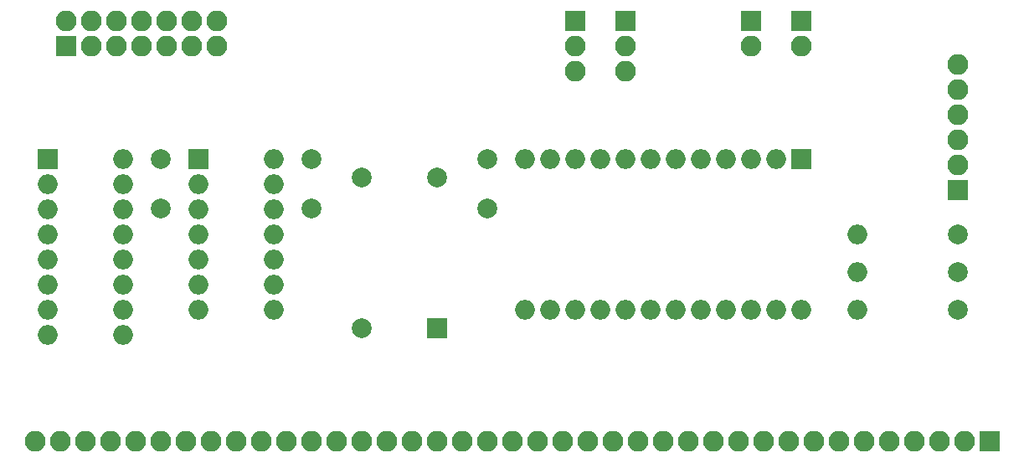
<source format=gts>
G04 #@! TF.FileFunction,Soldermask,Top*
%FSLAX46Y46*%
G04 Gerber Fmt 4.6, Leading zero omitted, Abs format (unit mm)*
G04 Created by KiCad (PCBNEW 4.0.7) date 09/22/19 23:17:33*
%MOMM*%
%LPD*%
G01*
G04 APERTURE LIST*
%ADD10C,0.100000*%
%ADD11C,2.000000*%
%ADD12R,2.100000X2.100000*%
%ADD13O,2.100000X2.100000*%
%ADD14O,2.000000X2.000000*%
%ADD15R,2.000000X2.000000*%
G04 APERTURE END LIST*
D10*
D11*
X146685000Y-51435000D03*
X146685000Y-56435000D03*
X113665000Y-51435000D03*
X113665000Y-56435000D03*
X128905000Y-51435000D03*
X128905000Y-56435000D03*
D12*
X197485000Y-80010000D03*
D13*
X194945000Y-80010000D03*
X192405000Y-80010000D03*
X189865000Y-80010000D03*
X187325000Y-80010000D03*
X184785000Y-80010000D03*
X182245000Y-80010000D03*
X179705000Y-80010000D03*
X177165000Y-80010000D03*
X174625000Y-80010000D03*
X172085000Y-80010000D03*
X169545000Y-80010000D03*
X167005000Y-80010000D03*
X164465000Y-80010000D03*
X161925000Y-80010000D03*
X159385000Y-80010000D03*
X156845000Y-80010000D03*
X154305000Y-80010000D03*
X151765000Y-80010000D03*
X149225000Y-80010000D03*
X146685000Y-80010000D03*
X144145000Y-80010000D03*
X141605000Y-80010000D03*
X139065000Y-80010000D03*
X136525000Y-80010000D03*
X133985000Y-80010000D03*
X131445000Y-80010000D03*
X128905000Y-80010000D03*
X126365000Y-80010000D03*
X123825000Y-80010000D03*
X121285000Y-80010000D03*
X118745000Y-80010000D03*
X116205000Y-80010000D03*
X113665000Y-80010000D03*
X111125000Y-80010000D03*
X108585000Y-80010000D03*
X106045000Y-80010000D03*
X103505000Y-80010000D03*
X100965000Y-80010000D03*
D12*
X194310000Y-54610000D03*
D13*
X194310000Y-52070000D03*
X194310000Y-49530000D03*
X194310000Y-46990000D03*
X194310000Y-44450000D03*
X194310000Y-41910000D03*
D12*
X104140000Y-40005000D03*
D13*
X104140000Y-37465000D03*
X106680000Y-40005000D03*
X106680000Y-37465000D03*
X109220000Y-40005000D03*
X109220000Y-37465000D03*
X111760000Y-40005000D03*
X111760000Y-37465000D03*
X114300000Y-40005000D03*
X114300000Y-37465000D03*
X116840000Y-40005000D03*
X116840000Y-37465000D03*
X119380000Y-40005000D03*
X119380000Y-37465000D03*
D12*
X173355000Y-37465000D03*
D13*
X173355000Y-40005000D03*
D12*
X178435000Y-37465000D03*
D13*
X178435000Y-40005000D03*
D12*
X155575000Y-37465000D03*
D13*
X155575000Y-40005000D03*
X155575000Y-42545000D03*
D12*
X160655000Y-37465000D03*
D13*
X160655000Y-40005000D03*
X160655000Y-42545000D03*
D11*
X194310000Y-66675000D03*
D14*
X184150000Y-66675000D03*
D11*
X194310000Y-62865000D03*
D14*
X184150000Y-62865000D03*
D11*
X194310000Y-59055000D03*
D14*
X184150000Y-59055000D03*
D15*
X117475000Y-51435000D03*
D14*
X125095000Y-66675000D03*
X117475000Y-53975000D03*
X125095000Y-64135000D03*
X117475000Y-56515000D03*
X125095000Y-61595000D03*
X117475000Y-59055000D03*
X125095000Y-59055000D03*
X117475000Y-61595000D03*
X125095000Y-56515000D03*
X117475000Y-64135000D03*
X125095000Y-53975000D03*
X117475000Y-66675000D03*
X125095000Y-51435000D03*
D15*
X102235000Y-51435000D03*
D14*
X109855000Y-69215000D03*
X102235000Y-53975000D03*
X109855000Y-66675000D03*
X102235000Y-56515000D03*
X109855000Y-64135000D03*
X102235000Y-59055000D03*
X109855000Y-61595000D03*
X102235000Y-61595000D03*
X109855000Y-59055000D03*
X102235000Y-64135000D03*
X109855000Y-56515000D03*
X102235000Y-66675000D03*
X109855000Y-53975000D03*
X102235000Y-69215000D03*
X109855000Y-51435000D03*
D15*
X141605000Y-68580000D03*
D11*
X133985000Y-68580000D03*
X133985000Y-53340000D03*
X141605000Y-53340000D03*
D15*
X178435000Y-51435000D03*
D14*
X150495000Y-66675000D03*
X175895000Y-51435000D03*
X153035000Y-66675000D03*
X173355000Y-51435000D03*
X155575000Y-66675000D03*
X170815000Y-51435000D03*
X158115000Y-66675000D03*
X168275000Y-51435000D03*
X160655000Y-66675000D03*
X165735000Y-51435000D03*
X163195000Y-66675000D03*
X163195000Y-51435000D03*
X165735000Y-66675000D03*
X160655000Y-51435000D03*
X168275000Y-66675000D03*
X158115000Y-51435000D03*
X170815000Y-66675000D03*
X155575000Y-51435000D03*
X173355000Y-66675000D03*
X153035000Y-51435000D03*
X175895000Y-66675000D03*
X150495000Y-51435000D03*
X178435000Y-66675000D03*
M02*

</source>
